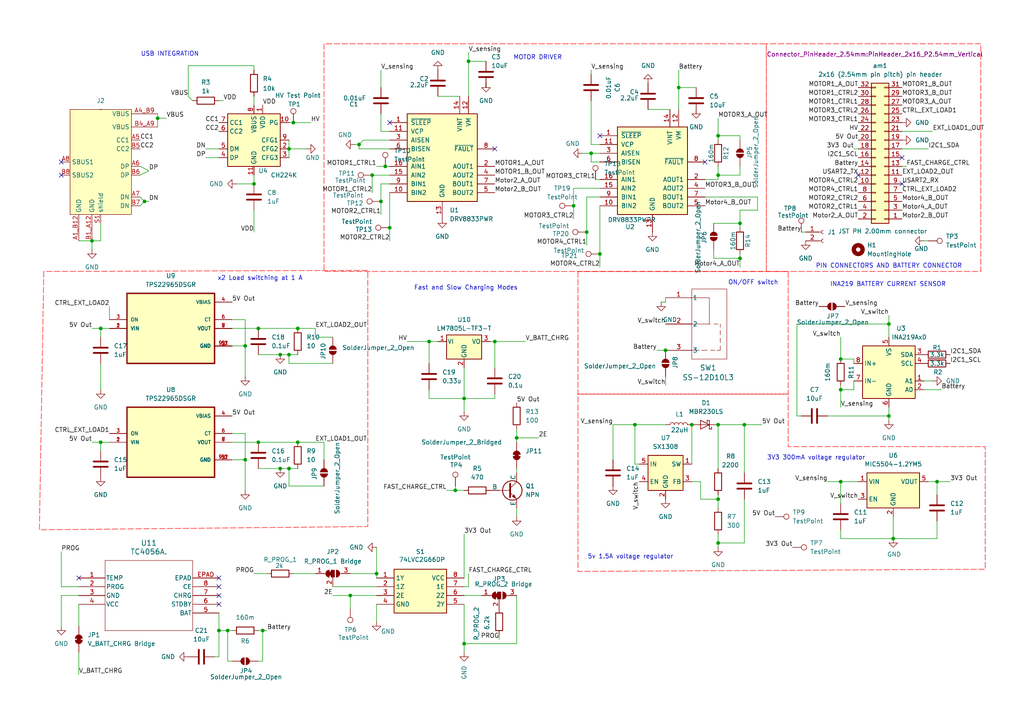
<source format=kicad_sch>
(kicad_sch (version 20250114) (generator "eeschema") (generator_version "9.0")
  (paper "A4")
  (title_block (title "MM Power PCB") (date "2025-03-23") (rev "v0") (comment 3 "Student Numbers: TRKJON002 & MTMTAD006") (comment 4 "Authors: Jonathan Tirkaso & Tadala Mitumbili "))
  (text "PIN CONNECTORS AND BATTERY CONNECTOR" (exclude_from_sim yes) (at 257.81 77.216 0) (effects (font (size 1.27 1.27))))
  (text "INA219 BATTERY CURRENT SENSOR" (exclude_from_sim yes) (at 257.556 82.55 0) (effects (font (size 1.27 1.27))))
  (text "USB INTEGRATION" (at 49.276 15.748 0) (effects (font (size 1.27 1.27))))
  (text "Fast and Slow Charging Modes" (at 135.128 83.566 0) (effects (font (size 1.27 1.27))))
  (text "MOTOR DRIVER\n" (at 155.956 16.764 0) (effects (font (size 1.27 1.27))))
  (text "x2 Load switching at 1 A\n" (exclude_from_sim yes) (at 75.438 80.772 0) (effects (font (size 1.27 1.27))))
  (text "ON/OFF switch " (exclude_from_sim yes) (at 218.948 82.042 0) (effects (font (size 1.27 1.27))))
  (text "3V3 300mA voltage regulator" (exclude_from_sim yes) (at 236.728 132.842 0) (effects (font (size 1.27 1.27))))
  (text "5v 1.5A voltage regulator" (exclude_from_sim yes) (at 182.88 161.544 0) (effects (font (size 1.27 1.27))))
  (junction (at 71.12 133.35))
  (junction (at 259.08 156.21))
  (junction (at 71.12 100.33))
  (junction (at 243.84 113.03))
  (junction (at 257.81 120.65))
  (junction (at 135.89 17.78))
  (junction (at 271.78 139.7))
  (junction (at 29.21 128.27))
  (junction (at 63.5 182.88))
  (junction (at 208.28 123.19))
  (junction (at 171.45 44.45))
  (junction (at 124.46 99.06))
  (junction (at 113.03 66.04))
  (junction (at 85.09 35.56))
  (junction (at 170.18 67.31))
  (junction (at 74.93 95.25))
  (junction (at 29.21 95.25))
  (junction (at 196.85 25.4))
  (junction (at 81.28 102.87))
  (junction (at 149.86 127))
  (junction (at 41.91 58.42))
  (junction (at 110.49 58.42))
  (junction (at 208.28 39.37))
  (junction (at 243.84 104.14))
  (junction (at 193.04 101.6))
  (junction (at 26.67 69.85))
  (junction (at 111.76 48.26))
  (junction (at 134.62 186.69))
  (junction (at 243.84 139.7))
  (junction (at 173.99 73.66))
  (junction (at 257.81 93.98))
  (junction (at 74.93 128.27))
  (junction (at 214.63 64.77))
  (junction (at 83.82 102.87))
  (junction (at 83.82 43.18))
  (junction (at 208.28 144.78))
  (junction (at 109.22 166.37))
  (junction (at 208.28 50.8))
  (junction (at 86.36 128.27))
  (junction (at 104.14 41.91))
  (junction (at 83.82 135.89))
  (junction (at 81.28 135.89))
  (junction (at 208.28 157.48))
  (junction (at 132.08 142.24))
  (junction (at 107.95 50.8))
  (junction (at 166.37 59.69))
  (junction (at 134.62 115.57))
  (junction (at 66.04 182.88))
  (junction (at 143.51 99.06))
  (junction (at 215.9 123.19))
  (junction (at 200.66 123.19))
  (junction (at 86.36 95.25))
  (junction (at 184.15 123.19))
  (junction (at 73.66 53.34))
  (junction (at 76.2 182.88))
  (junction (at 45.72 34.29))
  (junction (at 101.6 172.72))
  (junction (at 214.63 74.93))
  (no_connect (at 248.92 50.8))
  (no_connect (at 113.03 35.56))
  (no_connect (at 261.62 45.72))
  (no_connect (at 204.47 46.99))
  (no_connect (at 63.5 175.26))
  (no_connect (at 22.86 167.64))
  (no_connect (at 63.5 167.64))
  (no_connect (at 17.78 46.99))
  (no_connect (at 261.62 53.34))
  (no_connect (at 17.78 50.8))
  (no_connect (at 143.51 43.18))
  (no_connect (at 173.99 39.37))
  (no_connect (at 63.5 170.18))
  (no_connect (at 63.5 172.72))
  (wire (pts (xy 83.82 43.18) (xy 88.9 43.18)))
  (wire (pts (xy 86.36 95.25) (xy 74.93 95.25)))
  (wire (pts (xy 73.66 166.37) (xy 77.47 166.37)))
  (wire (pts (xy 207.01 64.77) (xy 214.63 64.77)))
  (wire (pts (xy 214.63 39.37) (xy 214.63 40.64)))
  (wire (pts (xy 196.85 25.4) (xy 196.85 31.75)))
  (wire (pts (xy 135.89 17.78) (xy 135.89 27.94)))
  (wire (pts (xy 247.65 43.18) (xy 248.92 43.18)))
  (wire (pts (xy 85.09 166.37) (xy 91.44 166.37)))
  (wire (pts (xy 113.03 50.8) (xy 107.95 50.8)))
  (wire (pts (xy 240.03 120.65) (xy 257.81 120.65)))
  (wire (pts (xy 45.72 34.29) (xy 48.26 34.29)))
  (wire (pts (xy 107.95 55.88) (xy 107.95 50.8)))
  (wire (pts (xy 17.78 172.72) (xy 22.86 172.72)))
  (wire (pts (xy 101.6 166.37) (xy 109.22 166.37)))
  (wire (pts (xy 214.63 73.66) (xy 214.63 74.93)))
  (wire (pts (xy 124.46 113.03) (xy 124.46 115.57)))
  (wire (pts (xy 168.91 44.45) (xy 171.45 44.45)))
  (wire (pts (xy 171.45 41.91) (xy 173.99 41.91)))
  (wire (pts (xy 135.89 17.78) (xy 140.97 17.78)))
  (wire (pts (xy 29.21 97.79) (xy 29.21 95.25)))
  (wire (pts (xy 191.77 87.63) (xy 193.04 87.63)))
  (wire (pts (xy 113.03 53.34) (xy 110.49 53.34)))
  (wire (pts (xy 231.14 120.65) (xy 231.14 93.98)))
  (wire (pts (xy 140.97 25.4) (xy 140.97 24.13)))
  (wire (pts (xy 29.21 69.85) (xy 29.21 64.77)))
  (wire (pts (xy 143.51 99.06) (xy 143.51 106.68)))
  (wire (pts (xy 111.76 48.26) (xy 113.03 48.26)))
  (wire (pts (xy 215.9 157.48) (xy 208.28 157.48)))
  (wire (pts (xy 219.71 60.96) (xy 214.63 60.96)))
  (wire (pts (xy 269.24 69.85) (xy 267.97 69.85)))
  (wire (pts (xy 173.99 59.69) (xy 173.99 73.66)))
  (wire (pts (xy 208.28 143.51) (xy 208.28 144.78)))
  (wire (pts (xy 243.84 139.7) (xy 248.92 139.7)))
  (wire (pts (xy 135.89 15.24) (xy 135.89 17.78)))
  (wire (pts (xy 63.5 190.5) (xy 62.23 190.5)))
  (wire (pts (xy 93.98 133.35) (xy 93.98 128.27)))
  (wire (pts (xy 127 27.94) (xy 133.35 27.94)))
  (wire (pts (xy 132.08 140.97) (xy 132.08 142.24)))
  (wire (pts (xy 40.64 48.26) (xy 43.18 49.53)))
  (wire (pts (xy 110.49 20.32) (xy 110.49 25.4)))
  (wire (pts (xy 171.45 29.21) (xy 171.45 41.91)))
  (wire (pts (xy 259.08 156.21) (xy 243.84 156.21)))
  (wire (pts (xy 76.2 191.77) (xy 76.2 182.88)))
  (wire (pts (xy 134.62 186.69) (xy 134.62 175.26)))
  (wire (pts (xy 171.45 46.99) (xy 173.99 46.99)))
  (wire (pts (xy 134.62 189.23) (xy 134.62 186.69)))
  (wire (pts (xy 203.2 139.7) (xy 203.2 144.78)))
  (wire (pts (xy 96.52 97.79) (xy 91.44 97.79)))
  (wire (pts (xy 76.2 182.88) (xy 77.47 182.88)))
  (wire (pts (xy 86.36 128.27) (xy 74.93 128.27)))
  (wire (pts (xy 113.03 66.04) (xy 113.03 55.88)))
  (wire (pts (xy 177.8 123.19) (xy 184.15 123.19)))
  (wire (pts (xy 73.66 19.05) (xy 73.66 20.32)))
  (wire (pts (xy 172.72 52.07) (xy 173.99 52.07)))
  (wire (pts (xy 113.03 69.85) (xy 113.03 66.04)))
  (wire (pts (xy 271.78 139.7) (xy 275.59 139.7)))
  (wire (pts (xy 214.63 74.93) (xy 214.63 77.47)))
  (wire (pts (xy 142.24 99.06) (xy 143.51 99.06)))
  (wire (pts (xy 45.72 33.02) (xy 45.72 34.29)))
  (wire (pts (xy 109.22 180.34) (xy 109.22 175.26)))
  (wire (pts (xy 143.51 115.57) (xy 143.51 114.3)))
  (wire (pts (xy 66.04 191.77) (xy 67.31 191.77)))
  (wire (pts (xy 171.45 44.45) (xy 173.99 44.45)))
  (wire (pts (xy 22.86 69.85) (xy 26.67 69.85)))
  (wire (pts (xy 215.9 144.78) (xy 215.9 157.48)))
  (wire (pts (xy 271.78 139.7) (xy 269.24 139.7)))
  (wire (pts (xy 243.84 156.21) (xy 243.84 153.67)))
  (wire (pts (xy 22.86 181.61) (xy 22.86 175.26)))
  (wire (pts (xy 271.78 151.13) (xy 271.78 156.21)))
  (wire (pts (xy 247.65 104.14) (xy 243.84 104.14)))
  (wire (pts (xy 269.24 43.18) (xy 261.62 43.18)))
  (wire (pts (xy 134.62 115.57) (xy 143.51 115.57)))
  (wire (pts (xy 271.78 143.51) (xy 271.78 139.7)))
  (wire (pts (xy 74.93 135.89) (xy 81.28 135.89)))
  (wire (pts (xy 171.45 44.45) (xy 171.45 46.99)))
  (wire (pts (xy 184.15 123.19) (xy 184.15 134.62)))
  (wire (pts (xy 231.14 93.98) (xy 257.81 93.98)))
  (wire (pts (xy 149.86 172.72) (xy 149.86 186.69)))
  (wire (pts (xy 214.63 50.8) (xy 214.63 48.26)))
  (wire (pts (xy 247.65 110.49) (xy 247.65 113.03)))
  (wire (pts (xy 243.84 111.76) (xy 243.84 113.03)))
  (wire (pts (xy 31.75 88.9) (xy 31.75 92.71)))
  (wire (pts (xy 109.22 166.37) (xy 109.22 167.64)))
  (wire (pts (xy 73.66 67.31) (xy 73.66 60.96)))
  (wire (pts (xy 90.17 35.56) (xy 85.09 35.56)))
  (wire (pts (xy 109.22 158.75) (xy 109.22 166.37)))
  (wire (pts (xy 129.54 142.24) (xy 132.08 142.24)))
  (wire (pts (xy 74.93 182.88) (xy 76.2 182.88)))
  (wire (pts (xy 196.85 25.4) (xy 201.93 25.4)))
  (wire (pts (xy 149.86 128.27) (xy 149.86 127)))
  (wire (pts (xy 110.49 53.34) (xy 110.49 58.42)))
  (wire (pts (xy 73.66 53.34) (xy 68.58 53.34)))
  (wire (pts (xy 81.28 135.89) (xy 83.82 135.89)))
  (wire (pts (xy 257.81 118.11) (xy 257.81 120.65)))
  (wire (pts (xy 127 99.06) (xy 124.46 99.06)))
  (wire (pts (xy 257.81 120.65) (xy 257.81 121.92)))
  (wire (pts (xy 101.6 172.72) (xy 109.22 172.72)))
  (wire (pts (xy 59.69 45.72) (xy 63.5 45.72)))
  (wire (pts (xy 105.41 40.64) (xy 104.14 41.91)))
  (wire (pts (xy 273.05 113.03) (xy 267.97 113.03)))
  (wire (pts (xy 214.63 64.77) (xy 214.63 66.04)))
  (wire (pts (xy 143.51 99.06) (xy 152.4 99.06)))
  (wire (pts (xy 243.84 139.7) (xy 243.84 146.05)))
  (wire (pts (xy 71.12 100.33) (xy 71.12 109.22)))
  (wire (pts (xy 96.52 172.72) (xy 101.6 172.72)))
  (wire (pts (xy 71.12 125.73) (xy 71.12 133.35)))
  (wire (pts (xy 104.14 43.18) (xy 113.03 43.18)))
  (wire (pts (xy 134.62 170.18) (xy 135.89 170.18)))
  (wire (pts (xy 208.28 123.19) (xy 208.28 135.89)))
  (wire (pts (xy 40.64 50.8) (xy 43.18 49.53)))
  (wire (pts (xy 118.11 99.06) (xy 124.46 99.06)))
  (wire (pts (xy 271.78 156.21) (xy 259.08 156.21)))
  (wire (pts (xy 83.82 105.41) (xy 83.82 102.87)))
  (wire (pts (xy 102.87 41.91) (xy 104.14 41.91)))
  (wire (pts (xy 67.31 100.33) (xy 71.12 100.33)))
  (wire (pts (xy 55.88 29.21) (xy 54.61 27.94)))
  (wire (pts (xy 86.36 128.27) (xy 93.98 128.27)))
  (wire (pts (xy 74.93 191.77) (xy 76.2 191.77)))
  (wire (pts (xy 208.28 39.37) (xy 214.63 39.37)))
  (wire (pts (xy 208.28 34.29) (xy 208.28 39.37)))
  (wire (pts (xy 81.28 102.87) (xy 83.82 102.87)))
  (wire (pts (xy 67.31 125.73) (xy 71.12 125.73)))
  (wire (pts (xy 261.62 48.26) (xy 262.89 48.26)))
  (wire (pts (xy 41.91 58.42) (xy 40.64 57.15)))
  (wire (pts (xy 71.12 92.71) (xy 71.12 100.33)))
  (wire (pts (xy 171.45 20.32) (xy 171.45 21.59)))
  (wire (pts (xy 134.62 106.68) (xy 134.62 115.57)))
  (wire (pts (xy 270.51 38.1) (xy 261.62 38.1)))
  (wire (pts (xy 124.46 115.57) (xy 134.62 115.57)))
  (wire (pts (xy 134.62 172.72) (xy 139.7 172.72)))
  (wire (pts (xy 67.31 128.27) (xy 74.93 128.27)))
  (wire (pts (xy 257.81 91.44) (xy 257.81 93.98)))
  (wire (pts (xy 67.31 92.71) (xy 71.12 92.71)))
  (wire (pts (xy 74.93 102.87) (xy 81.28 102.87)))
  (wire (pts (xy 215.9 123.19) (xy 208.28 123.19)))
  (wire (pts (xy 41.91 58.42) (xy 40.64 59.69)))
  (wire (pts (xy 85.09 35.56) (xy 83.82 35.56)))
  (wire (pts (xy 215.9 123.19) (xy 220.98 123.19)))
  (wire (pts (xy 200.66 123.19) (xy 200.66 134.62)))
  (wire (pts (xy 149.86 147.32) (xy 149.86 149.86)))
  (wire (pts (xy 63.5 182.88) (xy 63.5 190.5)))
  (wire (pts (xy 204.47 52.07) (xy 208.28 52.07)))
  (wire (pts (xy 170.18 67.31) (xy 170.18 57.15)))
  (wire (pts (xy 110.49 33.02) (xy 110.49 38.1)))
  (wire (pts (xy 149.86 135.89) (xy 149.86 137.16)))
  (wire (pts (xy 17.78 181.61) (xy 17.78 172.72)))
  (wire (pts (xy 83.82 43.18) (xy 83.82 45.72)))
  (wire (pts (xy 134.62 154.94) (xy 134.62 167.64)))
  (wire (pts (xy 207.01 74.93) (xy 214.63 74.93)))
  (wire (pts (xy 73.66 27.94) (xy 73.66 30.48)))
  (wire (pts (xy 200.66 139.7) (xy 203.2 139.7)))
  (wire (pts (xy 247.65 113.03) (xy 243.84 113.03)))
  (wire (pts (xy 201.93 33.02) (xy 201.93 31.75)))
  (wire (pts (xy 71.12 133.35) (xy 71.12 142.24)))
  (wire (pts (xy 22.86 170.18) (xy 17.78 170.18)))
  (wire (pts (xy 208.28 144.78) (xy 208.28 147.32)))
  (wire (pts (xy 170.18 71.12) (xy 170.18 67.31)))
  (wire (pts (xy 26.67 72.39) (xy 26.67 69.85)))
  (wire (pts (xy 26.67 128.27) (xy 29.21 128.27)))
  (wire (pts (xy 184.15 134.62) (xy 185.42 134.62)))
  (wire (pts (xy 135.89 170.18) (xy 135.89 166.37)))
  (wire (pts (xy 166.37 63.5) (xy 166.37 59.69)))
  (wire (pts (xy 203.2 144.78) (xy 208.28 144.78)))
  (wire (pts (xy 67.31 95.25) (xy 74.93 95.25)))
  (wire (pts (xy 204.47 57.15) (xy 219.71 57.15)))
  (wire (pts (xy 29.21 105.41) (xy 29.21 113.03)))
  (wire (pts (xy 83.82 40.64) (xy 83.82 43.18)))
  (wire (pts (xy 73.66 53.34) (xy 73.66 50.8)))
  (wire (pts (xy 214.63 60.96) (xy 214.63 64.77)))
  (wire (pts (xy 166.37 54.61) (xy 166.37 59.69)))
  (wire (pts (xy 187.96 31.75) (xy 194.31 31.75)))
  (wire (pts (xy 110.49 38.1) (xy 113.03 38.1)))
  (wire (pts (xy 96.52 105.41) (xy 83.82 105.41)))
  (wire (pts (xy 208.28 154.94) (xy 208.28 157.48)))
  (wire (pts (xy 247.65 105.41) (xy 247.65 104.14)))
  (wire (pts (xy 207.01 72.39) (xy 207.01 74.93)))
  (wire (pts (xy 29.21 130.81) (xy 29.21 128.27)))
  (wire (pts (xy 26.67 95.25) (xy 29.21 95.25)))
  (wire (pts (xy 17.78 170.18) (xy 17.78 160.02)))
  (wire (pts (xy 45.72 34.29) (xy 45.72 36.83)))
  (wire (pts (xy 91.44 97.79) (xy 91.44 95.25)))
  (wire (pts (xy 208.28 50.8) (xy 214.63 50.8)))
  (wire (pts (xy 193.04 101.6) (xy 190.5 101.6)))
  (wire (pts (xy 73.66 19.05) (xy 54.61 19.05)))
  (wire (pts (xy 59.69 43.18) (xy 63.5 43.18)))
  (wire (pts (xy 208.28 50.8) (xy 208.28 52.07)))
  (wire (pts (xy 208.28 157.48) (xy 208.28 158.75)))
  (wire (pts (xy 196.85 20.32) (xy 196.85 25.4)))
  (wire (pts (xy 149.86 186.69) (xy 134.62 186.69)))
  (wire (pts (xy 208.28 48.26) (xy 208.28 50.8)))
  (wire (pts (xy 231.14 120.65) (xy 232.41 120.65)))
  (wire (pts (xy 170.18 57.15) (xy 173.99 57.15)))
  (wire (pts (xy 109.22 170.18) (xy 96.52 170.18)))
  (wire (pts (xy 166.37 54.61) (xy 173.99 54.61)))
  (wire (pts (xy 83.82 135.89) (xy 86.36 135.89)))
  (wire (pts (xy 193.04 109.22) (xy 193.04 111.76)))
  (wire (pts (xy 149.86 127) (xy 156.21 127)))
  (wire (pts (xy 67.31 133.35) (xy 71.12 133.35)))
  (wire (pts (xy 110.49 58.42) (xy 110.49 62.23)))
  (wire (pts (xy 91.44 95.25) (xy 86.36 95.25)))
  (wire (pts (xy 144.78 185.42) (xy 144.78 184.15)))
  (wire (pts (xy 54.61 19.05) (xy 54.61 27.94)))
  (wire (pts (xy 83.82 102.87) (xy 86.36 102.87)))
  (wire (pts (xy 29.21 128.27) (xy 31.75 128.27)))
  (wire (pts (xy 63.5 182.88) (xy 66.04 182.88)))
  (wire (pts (xy 29.21 95.25) (xy 31.75 95.25)))
  (wire (pts (xy 22.86 189.23) (xy 22.86 195.58)))
  (wire (pts (xy 134.62 119.38) (xy 134.62 115.57)))
  (wire (pts (xy 257.81 93.98) (xy 257.81 97.79)))
  (wire (pts (xy 105.41 40.64) (xy 113.03 40.64)))
  (wire (pts (xy 63.5 177.8) (xy 63.5 182.88)))
  (wire (pts (xy 43.18 58.42) (xy 41.91 58.42)))
  (wire (pts (xy 240.03 139.7) (xy 243.84 139.7)))
  (wire (pts (xy 66.04 182.88) (xy 67.31 182.88)))
  (wire (pts (xy 26.67 69.85) (xy 29.21 69.85)))
  (wire (pts (xy 259.08 149.86) (xy 259.08 156.21)))
  (wire (pts (xy 109.22 48.26) (xy 111.76 48.26)))
  (wire (pts (xy 243.84 113.03) (xy 243.84 118.11)))
  (wire (pts (xy 173.99 77.47) (xy 173.99 73.66)))
  (wire (pts (xy 232.41 67.31) (xy 233.68 67.31)))
  (wire (pts (xy 270.51 110.49) (xy 267.97 110.49)))
  (wire (pts (xy 104.14 41.91) (xy 104.14 43.18)))
  (wire (pts (xy 124.46 99.06) (xy 124.46 105.41)))
  (wire (pts (xy 243.84 97.79) (xy 243.84 104.14)))
  (wire (pts (xy 63.5 29.21) (xy 64.77 29.21)))
  (wire (pts (xy 208.28 39.37) (xy 208.28 40.64)))
  (wire (pts (xy 66.04 182.88) (xy 66.04 191.77)))
  (wire (pts (xy 184.15 123.19) (xy 193.04 123.19)))
  (wire (pts (xy 215.9 123.19) (xy 215.9 137.16)))
  (wire (pts (xy 149.86 124.46) (xy 149.86 127)))
  (wire (pts (xy 93.98 140.97) (xy 83.82 140.97)))
  (wire (pts (xy 132.08 142.24) (xy 134.62 142.24)))
  (wire (pts (xy 83.82 140.97) (xy 83.82 135.89)))
  (wire (pts (xy 193.04 87.63) (xy 193.04 86.36)))
  (wire (pts (xy 177.8 123.19) (xy 177.8 133.35)))
  (wire (pts (xy 101.6 176.53) (xy 101.6 172.72)))
  (wire (pts (xy 219.71 57.15) (xy 219.71 60.96)))
  (label "FAST_CHARGE_CTRL" (at 129.54 142.24 180))
  (label "V_sensing" (at 240.03 139.7 180))
  (label "DN" (at 43.18 58.42 0))
  (label "V_BATT_CHRG" (at 152.4 99.06 0))
  (label "V_sensing" (at 245.11 88.9 0))
  (label "5V Out" (at 224.79 149.86 180))
  (label "HV" (at 118.11 99.06 180))
  (label "CC2" (at 63.5 38.1 180))
  (label "USART2_RX" (at 261.62 53.34 0))
  (label "MOTOR2_CTRL1" (at 110.49 62.23 180))
  (label "HV" (at 90.17 35.56 0))
  (label "I2C1_SDA" (at 269.24 43.18 0))
  (label "DP" (at 43.18 49.53 0))
  (label "V_sensing" (at 177.8 123.19 180))
  (label "Motor2_B_OUT" (at 261.62 63.5 0))
  (label "EXT_LOAD1_OUT" (at 270.51 38.1 0))
  (label "MOTOR3_A_OUT" (at 208.28 34.29 0))
  (label "FAST_CHARGE_CTRL" (at 135.89 166.37 0))
  (label "5V Out" (at 248.92 40.64 180))
  (label "5V Out" (at 26.67 128.27 180))
  (label "Battery" (at 77.47 182.88 0))
  (label "2E" (at 156.21 127 0))
  (label "Battery" (at 196.85 20.32 0))
  (label "Battery" (at 273.05 113.03 0))
  (label "MOTOR4_CTRL1" (at 170.18 71.12 180))
  (label "3V3 Out" (at 275.59 139.7 0))
  (label "3V3 Out" (at 247.65 43.18 180))
  (label "VBUS" (at 48.26 34.29 0))
  (label "Motor2_B_OUT" (at 143.51 55.88 0))
  (label "VDD" (at 64.77 29.21 0))
  (label "V_switch" (at 193.04 111.76 180))
  (label "V_sensing" (at 135.89 15.24 0))
  (label "EXT_LOAD2_OUT" (at 91.44 95.25 0))
  (label "MOTOR4_CTRL1" (at 248.92 55.88 180))
  (label "MOTOR3_CTRL2" (at 166.37 63.5 180))
  (label "2E" (at 96.52 172.72 180))
  (label "V_switch" (at 243.84 97.79 180))
  (label "Motor4_B_OUT" (at 261.62 58.42 0))
  (label "V_switch" (at 193.04 93.98 180))
  (label "USART2_TX" (at 248.92 50.8 180))
  (label "DN" (at 59.69 43.18 180))
  (label "MOTOR1_CTRL2" (at 248.92 27.94 180))
  (label "MOTOR1_B_OUT" (at 143.51 50.8 0))
  (label "CTRL_EXT_LOAD1" (at 261.62 33.02 0))
  (label "MOTOR4_CTRL2" (at 248.92 53.34 180))
  (label "MOTOR3_CTRL1" (at 248.92 35.56 180))
  (label "PROG" (at 17.78 160.02 0))
  (label "V_switch" (at 185.42 139.7 270))
  (label "Battery" (at 237.49 88.9 180))
  (label "MOTOR4_CTRL2" (at 173.99 77.47 180))
  (label "5V Out" (at 220.98 123.19 0))
  (label "MOTOR2_CTRL2" (at 113.03 69.85 180))
  (label "V_BATT_CHRG" (at 22.86 195.58 0))
  (label "EXT_LOAD2_OUT" (at 261.62 50.8 0))
  (label "5V Out" (at 26.67 95.25 180))
  (label "V_sensing" (at 171.45 20.32 0))
  (label "Motor2_A_OUT" (at 248.92 63.5 180))
  (label "PROG" (at 144.78 185.42 180))
  (label "MOTOR1_B_OUT" (at 261.62 25.4 0))
  (label "VDD" (at 73.66 67.31 180))
  (label "Motor4_A_OUT" (at 261.62 60.96 0))
  (label "Battery" (at 190.5 101.6 180))
  (label "CTRL_EXT_LOAD1" (at 31.75 125.73 180))
  (label "MOTOR3_B_OUT" (at 261.62 27.94 0))
  (label "5V Out" (at 67.31 87.63 0))
  (label "MOTOR3_CTRL1" (at 172.72 52.07 180))
  (label "CC1" (at 63.5 35.56 180))
  (label "Battery" (at 232.41 67.31 180))
  (label "MOTOR3_A_OUT" (at 261.62 30.48 0))
  (label "MOTOR3_CTRL2" (at 248.92 33.02 180))
  (label "Motor2_A_OUT" (at 143.51 53.34 0))
  (label "FAST_CHARGE_CTRL" (at 262.89 48.26 0))
  (label "MOTOR1_CTRL2" (at 107.95 55.88 180))
  (label "MOTOR1_A_OUT" (at 248.92 25.4 180))
  (label "HV" (at 248.92 38.1 180))
  (label "PROG" (at 73.66 166.37 180))
  (label "V_sensing" (at 243.84 118.11 0))
  (label "5V Out" (at 149.86 116.84 0))
  (label "MOTOR1_A_OUT" (at 143.51 48.26 0))
  (label "MOTOR1_CTRL1" (at 109.22 48.26 180))
  (label "I2C1_SCL" (at 248.92 45.72 180))
  (label "MOTOR3_B_OUT" (at 204.47 54.61 0))
  (label "3V3 Out" (at 134.62 154.94 0))
  (label "DP" (at 59.69 45.72 180))
  (label "CC2" (at 40.64 43.18 0))
  (label "MOTOR1_CTRL1" (at 248.92 30.48 180))
  (label "Motor4_A_OUT" (at 214.63 77.47 180))
  (label "EXT_LOAD1_OUT" (at 91.44 128.27 0))
  (label "I2C1_SDA" (at 275.59 102.87 0))
  (label "I2C1_SCL" (at 275.59 105.41 0))
  (label "V_switch" (at 248.92 144.78 180))
  (label "Motor4_B_OUT" (at 204.47 59.69 0))
  (label "CTRL_EXT_LOAD2" (at 31.75 88.9 180))
  (label "MOTOR2_CTRL2" (at 248.92 58.42 180))
  (label "5V Out" (at 67.31 120.65 0))
  (label "V_switch" (at 257.81 91.44 180))
  (label "3V3 Out" (at 229.87 158.75 180))
  (label "CTRL_EXT_LOAD2" (at 261.62 55.88 0))
  (label "MOTOR2_CTRL1" (at 248.92 60.96 180))
  (label "VBUS" (at 54.61 27.94 180))
  (label "CC1" (at 40.64 40.64 0))
  (label "Battery" (at 248.92 48.26 180))
  (label "V_sensing" (at 110.49 20.32 0))
  (label "VDD" (at 76.2 30.48 0))
  (rule_area (polyline (pts (xy 222.25 12.7) (xy 222.25 78.74) (xy 284.48 78.74) (xy 284.48 12.7)) (stroke (width 0) (type dash))))
  (rule_area (polyline (pts (xy 167.64 78.74) (xy 167.64 114.3) (xy 228.6 114.3) (xy 228.6 78.74)) (stroke (width 0) (type dash))))
  (rule_area (polyline (pts (xy 12.7 78.74) (xy 11.43 153.67) (xy 106.68 152.7175) (xy 106.68 78.4225)) (stroke (width 0) (type dash))))
  (rule_area (polyline (pts (xy 93.98 12.7) (xy 93.98 78.74) (xy 222.25 78.74) (xy 222.25 12.7)) (stroke (width 0) (type dash))))
  (rule_area (polyline (pts (xy 228.6 114.3) (xy 167.64 114.3) (xy 167.64 165.735) (xy 285.75 165.1) (xy 285.75 129.54) (xy 228.6 129.54)) (stroke (width 0) (type dash))))
  (symbol (lib_id "Device:C") (at 110.49 29.21 0) (unit 1)
    (property "Reference" "C1" (at 102.616 30.226 0))
    (property "Value" "0.01uF" (at 102.87 28.448 0))
    (property "Footprint" "Capacitor_SMD:C_0805_2012Metric_Pad1.18x1.45mm_HandSolder" (effects (hide yes)))
    (property "Description" "Unpolarized capacitor" (effects (hide yes)))
  )
  (symbol (lib_id "power:GND") (at 259.08 156.21 0) (unit 1)
    (property "Reference" "#PWR022" (effects (hide yes)))
    (property "Value" "GND" (at 259.334 160.782 0))
    (property "Description" "Power symbol creates a global label with name \"GND\" , ground" (effects (hide yes)))
  )
  (symbol (lib_id "power:GND") (at -838.2 773.43 0) (unit 1)
    (property "Reference" "#PWR08" (effects (hide yes)))
    (property "Value" "GND" (at -838.2 778.51 0))
    (property "Description" "Power symbol creates a global label with name \"GND\" , ground" (effects (hide yes)))
  )
  (symbol (lib_id "Device:C") (at 74.93 99.06 180) (unit 1)
    (property "Reference" "C18" (at 78.74 97.7899 0) (effects (justify right)))
    (property "Value" "0.1uF" (at 78.74 100.3299 0) (effects (justify right)))
    (property "Footprint" "Capacitor_SMD:C_0402_1005Metric_Pad0.74x0.62mm_HandSolder" (effects (hide yes)))
    (property "Description" "Unpolarized capacitor" (effects (hide yes)))
  )
  (symbol (lib_id "Device:C") (at 58.42 190.5 90) (unit 1)
    (property "Reference" "C21" (at 58.42 182.88 90))
    (property "Value" "10uF" (at 58.42 185.42 90))
    (property "Footprint" "Capacitor_SMD:C_0805_2012Metric_Pad1.18x1.45mm_HandSolder" (effects (hide yes)))
    (property "Description" "Unpolarized capacitor" (effects (hide yes)))
  )
  (symbol (lib_id "Device:C") (at 177.8 137.16 0) (unit 1)
    (property "Reference" "C14" (at 181.61 135.8899 0) (effects (justify left)))
    (property "Value" "1uF" (at 181.61 138.4299 0) (effects (justify left)))
    (property "Footprint" "exported_footprints:CAPC3216X180N" (effects (hide yes)))
    (property "Description" "Unpolarized capacitor" (effects (hide yes)))
  )
  (symbol (lib_id "power:GND") (at 208.28 158.75 0) (unit 1)
    (property "Reference" "#PWR025" (effects (hide yes)))
    (property "Value" "GND" (at 208.28 163.83 0))
    (property "Description" "Power symbol creates a global label with name \"GND\" , ground" (effects (hide yes)))
  )
  (symbol (lib_id "power:GND") (at 81.28 102.87 0) (unit 1)
    (property "Reference" "#PWR032" (effects (hide yes)))
    (property "Value" "GND" (at 81.28 107.95 0))
    (property "Description" "Power symbol creates a global label with name \"GND\" , ground" (effects (hide yes)))
  )
  (symbol (lib_id "Connector:TestPoint") (at 232.41 67.31 0) (unit 1)
    (property "Reference" "TP8" (at 227.33 60.452 0) (effects (justify left)))
    (property "Value" "TestPoint" (at 225.552 62.484 0) (effects (justify left)))
    (property "Footprint" "TestPoint:TestPoint_Pad_1.0x1.0mm" (effects (hide yes)))
    (property "Description" "test point" (effects (hide yes)))
  )
  (symbol (lib_id "Device:R") (at 208.28 44.45 180) (unit 1)
    (property "Reference" "R12" (at 210.566 44.45 90))
    (property "Value" "160m" (at 206.248 44.45 90))
    (property "Footprint" "Resistor_SMD:R_2512_6332Metric_Pad1.40x3.35mm_HandSolder" (effects (hide yes)))
    (property "Description" "Resistor" (effects (hide yes)))
  )
  (symbol (lib_id "power:GND") (at 267.97 69.85 270) (unit 1)
    (property "Reference" "#PWR042" (effects (hide yes)))
    (property "Value" "GND" (at 267.208 72.136 90))
    (property "Description" "Power symbol creates a global label with name \"GND\" , ground" (effects (hide yes)))
  )
  (symbol (lib_id "Connector:TestPoint") (at 173.99 73.66 90) (unit 1)
    (property "Reference" "TP21" (at 167.64 74.168 90) (effects (justify left)))
    (property "Value" "TestPoint" (at 169.418 72.644 90) (effects (justify left)))
    (property "Footprint" "TestPoint:TestPoint_Pad_1.0x1.0mm" (effects (hide yes)))
    (property "Description" "test point" (effects (hide yes)))
  )
  (symbol (lib_id "power:GND") (at 134.62 189.23 0) (unit 1)
    (property "Reference" "#PWR034" (effects (hide yes)))
    (property "Value" "GND" (at 134.6201 193.04 90) (effects (justify right)))
    (property "Description" "Power symbol creates a global label with name \"GND\" , ground" (effects (hide yes)))
  )
  (symbol (lib_id "power:GND") (at 270.51 110.49 90) (unit 1)
    (property "Reference" "#PWR015" (effects (hide yes)))
    (property "Value" "GND" (at 274.32 110.4899 90) (effects (justify right)))
    (property "Description" "Power symbol creates a global label with name \"GND\" , ground" (effects (hide yes)))
  )
  (symbol (lib_id "power:GND") (at 10716.26 6060.44 0) (unit 1)
    (property "Reference" "#PWR012" (effects (hide yes)))
    (property "Value" "GND" (at 10716.26 6065.52 0))
    (property "Description" "Power symbol creates a global label with name \"GND\" , ground" (effects (hide yes)))
  )
  (symbol (lib_id "Device:C") (at 171.45 25.4 0) (unit 1)
    (property "Reference" "C6" (at 179.07 25.4 90))
    (property "Value" "0.01uF" (at 176.53 25.4 90))
    (property "Footprint" "Capacitor_SMD:C_0805_2012Metric_Pad1.18x1.45mm_HandSolder" (effects (hide yes)))
    (property "Description" "Unpolarized capacitor" (effects (hide yes)))
  )
  (symbol (lib_id "power:GND") (at 88.9 43.18 90) (unit 1)
    (property "Reference" "#PWR019" (effects (hide yes)))
    (property "Value" "GND" (at 88.646 45.72 90) (effects (justify right)))
    (property "Description" "Power symbol creates a global label with name \"GND\" , ground" (effects (hide yes)))
  )
  (symbol (lib_id "Regulator_Linear:MIC5504-1.2YM5") (at 259.08 142.24 0) (unit 1)
    (property "Reference" "U6" (at 259.08 132.08 0))
    (property "Value" "MIC5504-1.2YM5" (at 259.08 134.62 0))
    (property "Footprint" "Package_TO_SOT_SMD:SOT-23-5" (effects (hide yes)))
    (property "Datasheet" "http://ww1.microchip.com/downloads/en/DeviceDoc/MIC550X.pdf" (effects (hide yes)))
    (property "Description" "300mA Low-dropout Voltage Regulator, Vout 1.2V, Vin up to 5.5V, SOT-23" (effects (hide yes)))
  )
  (symbol (lib_id "Device:R") (at 149.86 120.65 0) (unit 1)
    (property "Reference" "R13" (at 152.4 119.3799 0) (effects (justify left)))
    (property "Value" "100" (at 152.4 121.9199 0) (effects (justify left)))
    (property "Footprint" "Resistor_SMD:R_0805_2012Metric_Pad1.20x1.40mm_HandSolder" (effects (hide yes)))
    (property "Description" "Resistor" (effects (hide yes)))
  )
  (symbol (lib_id "Connector:TestPoint") (at 113.03 66.04 90) (unit 1)
    (property "Reference" "TP13" (at 107.95 66.548 90) (effects (justify left)))
    (property "Value" "TestPoint" (at 107.95 64.262 90) (effects (justify left)))
    (property "Footprint" "TestPoint:TestPoint_Pad_1.0x1.0mm" (effects (hide yes)))
    (property "Description" "test point" (effects (hide yes)))
  )
  (symbol (lib_id "power:GND") (at 54.61 190.5 270) (unit 1)
    (property "Reference" "#PWR035" (effects (hide yes)))
    (property "Value" "GND" (at 50.8 190.4999 90) (effects (justify right)))
    (property "Description" "Power symbol creates a global label with name \"GND\" , ground" (effects (hide yes)))
  )
  (symbol (lib_id "Device:R") (at 86.36 132.08 0) (unit 1)
    (property "Reference" "R9" (at 88.9 130.8099 0) (effects (justify left)))
    (property "Value" "10" (at 88.9 133.3499 0) (effects (justify left)))
    (property "Footprint" "Resistor_SMD:R_1206_3216Metric_Pad1.30x1.75mm_HandSolder" (effects (hide yes)))
    (property "Description" "Resistor" (effects (hide yes)))
  )
  (symbol (lib_id "Device:C") (at 187.96 27.94 0) (unit 1)
    (property "Reference" "C4" (at 182.626 26.67 0) (effects (justify left)))
    (property "Value" "2.2uF" (at 179.832 28.448 0) (effects (justify left)))
    (property "Footprint" "Capacitor_SMD:C_0603_1608Metric_Pad1.08x0.95mm_HandSolder" (effects (hide yes)))
    (property "Description" "Unpolarized capacitor" (effects (hide yes)))
  )
  (symbol (lib_id "power:GND") (at 193.04 144.78 0) (unit 1)
    (property "Reference" "#PWR023" (effects (hide yes)))
    (property "Value" "GND" (at 193.04 149.86 0))
    (property "Description" "Power symbol creates a global label with name \"GND\" , ground" (effects (hide yes)))
  )
  (symbol (lib_id "power:GND") (at 149.86 149.86 0) (unit 1)
    (property "Reference" "#PWR020" (effects (hide yes)))
    (property "Value" "GND" (at 149.86 154.94 0))
    (property "Description" "Power symbol creates a global label with name \"GND\" , ground" (effects (hide yes)))
  )
  (symbol (lib_id "power:GND") (at 261.62 40.64 90) (unit 1)
    (property "Reference" "#PWR013" (effects (hide yes)))
    (property "Value" "GND" (at 265.43 40.6399 90) (effects (justify right)))
    (property "Description" "Power symbol creates a global label with name \"GND\" , ground" (effects (hide yes)))
  )
  (symbol (lib_id "Device:C") (at 29.21 134.62 180) (unit 1)
    (property "Reference" "C15" (at 33.02 133.3499 0) (effects (justify right)))
    (property "Value" "1uF" (at 33.02 135.8899 0) (effects (justify right)))
    (property "Footprint" "exported_footprints:CAPC3216X180N" (effects (hide yes)))
    (property "Description" "Unpolarized capacitor" (effects (hide yes)))
  )
  (symbol (lib_id "Device:R") (at 138.43 142.24 90) (unit 1)
    (property "Reference" "R5" (at 138.43 135.89 90))
    (property "Value" "470" (at 138.43 138.43 90))
    (property "Footprint" "Resistor_SMD:R_0805_2012Metric_Pad1.20x1.40mm_HandSolder" (effects (hide yes)))
    (property "Description" "Resistor" (effects (hide yes)))
  )
  (symbol (lib_id "Mechanical:MountingHole") (at 248.92 72.39 0) (unit 1) (exclude_from_sim yes) (in_bom no)
    (property "Reference" "H1" (at 251.46 71.1199 0) (effects (justify left)))
    (property "Value" "MountingHole" (at 251.46 73.6599 0) (effects (justify left)))
    (property "Footprint" "MountingHole:MountingHole_2.2mm_M2_DIN965_Pad" (effects (hide yes)))
    (property "Description" "Mounting Hole without connection" (effects (hide yes)))
  )
  (symbol (lib_id "Device:C") (at 215.9 140.97 0) (unit 1)
    (property "Reference" "C13" (at 219.71 139.6999 0) (effects (justify left)))
    (property "Value" "1uF" (at 219.71 142.2399 0) (effects (justify left)))
    (property "Footprint" "exported_footprints:CAPC3216X180N" (effects (hide yes)))
    (property "Description" "Unpolarized capacitor" (effects (hide yes)))
  )
  (symbol (lib_id "power:GND") (at 187.96 24.13 180) (unit 1)
    (property "Reference" "#PWR05" (effects (hide yes)))
    (property "Value" "GND" (at 187.96 19.05 0))
    (property "Description" "Power symbol creates a global label with name \"GND\" , ground" (effects (hide yes)))
  )
  (symbol (lib_id "power:GND") (at 26.67 72.39 0) (unit 1)
    (property "Reference" "#PWR016" (effects (hide yes)))
    (property "Value" "GND" (at 26.67 77.47 0))
    (property "Description" "Power symbol creates a global label with name \"GND\" , ground" (effects (hide yes)))
  )
  (symbol (lib_id "74LVC2G66DP:74LVC2G66DP") (at 109.22 167.64 0) (unit 1)
    (property "Reference" "S1" (at 121.92 160.02 0))
    (property "Value" "74LVC2G66DP" (at 122.428 162.306 0))
    (property "Footprint" "exported_footprints:74LVC2G66DP" (effects (hide yes)))
    (property "Datasheet" "https://assets.nexperia.com/documents/data-sheet/74LVC2G66.pdf" (effects (hide yes)))
    (property "Description" "NXP 74LVC2G66DP, Bilateral Switch Dual SPST, 1.65  5.5 V, 8-Pin TSSOP" (effects (hide yes)))
    (property "Height" "1.1" (effects (hide yes)))
    (property "Manufacturer_Name" "Nexperia" (effects (hide yes)))
    (property "Manufacturer_Part_Number" "74LVC2G66DP" (effects (hide yes)))
    (property "Mouser Part Number" "N/A" (effects (hide yes)))
    (property "Mouser Price/Stock" "https://www.mouser.co.uk/ProductDetail/Nexperia/74LVC2G66DP?qs=vHuUswq2%252Bsyyo1nkwbvYpg%3D%3D" (effects (hide yes)))
  )
  (symbol (lib_id "Device:C") (at 127 24.13 0) (unit 1)
    (property "Reference" "C2" (at 121.666 22.86 0) (effects (justify left)))
    (property "Value" "2.2uF" (at 118.872 24.638 0) (effects (justify left)))
    (property "Footprint" "Capacitor_SMD:C_0603_1608Metric_Pad1.08x0.95mm_HandSolder" (effects (hide yes)))
    (property "Description" "Unpolarized capacitor" (effects (hide yes)))
  )
  (symbol (lib_id "Connector_Generic:Conn_02x16_Odd_Even") (at 256.54 45.72 180) (unit 1)
    (property "Reference" "am1" (at 255.27 19.05 0))
    (property "Value" "2x16 (2.54mm pin pitch) pin header" (at 255.27 21.59 0))
    (property "Footprint" "Connector_PinHeader_2.54mm:PinHeader_2x16_P2.54mm_Vertical" (at 253.746 15.748 0))
    (property "Description" "Generic connector, double row, 02x16, odd/even pin numbering scheme (row 1 odd numbers, row 2 even numbers), script generated (kicad-library-utils/schlib/autogen/connector/)" (effects (hide yes)))
  )
  (symbol (lib_id "power:GND") (at 257.81 121.92 0) (unit 1)
    (property "Reference" "#PWR011" (effects (hide yes)))
    (property "Value" "GND" (at 257.81 127 0))
    (property "Description" "Power symbol creates a global label with name \"GND\" , ground" (effects (hide yes)))
  )
  (symbol (lib_id "power:GND") (at 19314.16 6842.76 0) (unit 1)
    (property "Reference" "#PWR026" (effects (hide yes)))
    (property "Value" "GND" (at 19314.16 6847.84 0))
    (property "Description" "Power symbol creates a global label with name \"GND\" , ground" (effects (hide yes)))
  )
  (symbol (lib_id "Interface_USB:CH224K") (at 73.66 40.64 0) (unit 1)
    (property "Reference" "U4" (at 74.93 49.53 0) (effects (justify left)))
    (property "Value" "CH224K" (at 78.486 50.8 0) (effects (justify left)))
    (property "Footprint" "Package_SO:SSOP-10-1EP_3.9x4.9mm_P1mm_EP2.1x3.3mm" (effects (hide yes)))
    (property "Datasheet" "https://www.wch.cn/downloads/file/301.html" (effects (hide yes)))
    (property "Description" "100W USB Type-C PD3.0/2.0, BC1.2 Sink Controller, SSOP-10" (effects (hide yes)))
  )
  (symbol (lib_id "power:GND") (at 128.27 63.5 0) (unit 1)
    (property "Reference" "#PWR07" (effects (hide yes)))
    (property "Value" "GND" (at 128.27 68.58 0))
    (property "Description" "Power symbol creates a global label with name \"GND\" , ground" (effects (hide yes)))
  )
  (symbol (lib_id "Device:C") (at 29.21 101.6 180) (unit 1)
    (property "Reference" "C17" (at 33.02 100.3299 0) (effects (justify right)))
    (property "Value" "1uF" (at 33.02 102.8699 0) (effects (justify right)))
    (property "Footprint" "exported_footprints:CAPC3216X180N" (effects (hide yes)))
    (property "Description" "Unpolarized capacitor" (effects (hide yes)))
  )
  (symbol (lib_id "Connector:TestPoint") (at 101.6 176.53 180) (unit 1)
    (property "Reference" "TP6" (at 99.822 182.626 0) (effects (justify right)))
    (property "Value" "TestPoint" (at 98.044 184.912 0) (effects (justify right)))
    (property "Footprint" "TestPoint:TestPoint_Pad_1.0x1.0mm" (effects (hide yes)))
    (property "Description" "test point" (effects (hide yes)))
  )
  (symbol (lib_id "Jumper:SolderJumper_2_Open") (at 214.63 44.45 270) (unit 1) (exclude_from_sim yes) (in_bom no)
    (property "Reference" "JP5" (at 217.424 44.196 0))
    (property "Value" "SolderJumper_2_Open" (at 219.202 44.196 0))
    (property "Footprint" "Jumper:SolderJumper-2_P1.3mm_Open_RoundedPad1.0x1.5mm" (effects (hide yes)))
    (property "Description" "Solder Jumper, 2-pole, open" (effects (hide yes)))
  )
  (symbol (lib_id "power:GND") (at 81.28 135.89 0) (unit 1)
    (property "Reference" "#PWR029" (effects (hide yes)))
    (property "Value" "GND" (at 81.28 140.97 0))
    (property "Description" "Power symbol creates a global label with name \"GND\" , ground" (effects (hide yes)))
  )
  (symbol (lib_id "Connector:TestPoint") (at 111.76 48.26 0) (unit 1)
    (property "Reference" "TP10" (at 114.3 43.6879 0) (effects (justify left)))
    (property "Value" "TestPoint" (at 114.3 46.2279 0) (effects (justify left)))
    (property "Footprint" "TestPoint:TestPoint_Pad_1.0x1.0mm" (effects (hide yes)))
    (property "Description" "test point" (effects (hide yes)))
  )
  (symbol (lib_id "Device:R") (at 144.78 180.34 180) (unit 1)
    (property "Reference" "R_PROG_2" (at 138.176 180.848 90))
    (property "Value" "6.2k" (at 141.224 180.594 90))
    (property "Footprint" "Resistor_SMD:R_0603_1608Metric" (effects (hide yes)))
    (property "Description" "Resistor" (effects (hide yes)))
  )
  (symbol (lib_id "Jumper:SolderJumper_2_Bridged") (at 149.86 132.08 90) (unit 1) (exclude_from_sim yes) (in_bom no)
    (property "Reference" "JP11" (at 152.4 130.8099 90) (effects (justify right)))
    (property "Value" "SolderJumper_2_Bridged" (at 122.174 128.27 90) (effects (justify right)))
    (property "Footprint" "Jumper:SolderJumper-2_P1.3mm_Bridged2Bar_RoundedPad1.0x1.5mm" (effects (hide yes)))
    (property "Description" "Solder Jumper, 2-pole, closed/bridged" (effects (hide yes)))
  )
  (symbol (lib_id "Device:R") (at 271.78 105.41 270) (unit 1)
    (property "Reference" "R2" (at 272.034 107.95 90))
    (property "Value" "3.3k" (at 271.78 105.41 90))
    (property "Footprint" "Resistor_SMD:R_0603_1608Metric" (effects (hide yes)))
    (property "Description" "Resistor" (effects (hide yes)))
  )
  (symbol (lib_id "Sensor_Energy:INA219AxD") (at 257.81 107.95 0) (unit 1)
    (property "Reference" "U3" (at 259.9533 95.25 0) (effects (justify left)))
    (property "Value" "INA219AxD" (at 258.572 97.79 0) (effects (justify left)))
    (property "Footprint" "Package_TO_SOT_SMD:TSOT-23-8" (effects (hide yes)))
    (property "Datasheet" "http://www.ti.com/lit/ds/symlink/ina219.pdf" (effects (hide yes)))
    (property "Description" "Zero-Drift, Bidirectional Current/Power Monitor (0-26V) With I2C Interface, SOIC-8" (effects (hide yes)))
  )
  (symbol (lib_id "Device:R") (at 271.78 102.87 90) (unit 1)
    (property "Reference" "R1" (at 271.78 100.838 90))
    (property "Value" "3.3k" (at 271.78 102.87 90))
    (property "Footprint" "Resistor_SMD:R_0603_1608Metric" (effects (hide yes)))
    (property "Description" "Resistor" (effects (hide yes)))
  )
  (symbol (lib_id "Device:R") (at 208.28 151.13 0) (unit 1)
    (property "Reference" "R7" (at 210.82 149.8599 0) (effects (justify left)))
    (property "Value" "300" (at 210.82 152.3999 0) (effects (justify left)))
    (property "Footprint" "Resistor_SMD:R_0805_2012Metric_Pad1.20x1.40mm_HandSolder" (effects (hide yes)))
    (property "Description" "Resistor" (effects (hide yes)))
  )
  (symbol (lib_id "Connector:TestPoint") (at 269.24 69.85 270) (unit 1)
    (property "Reference" "TP3" (at 274.32 68.5799 90) (effects (justify left)))
    (property "Value" "TestPoint" (at 274.32 71.1199 90) (effects (justify left)))
    (property "Footprint" "TestPoint:TestPoint_Pad_2.0x2.0mm" (effects (hide yes)))
    (property "Description" "test point" (effects (hide yes)))
  )
  (symbol (lib_id "power:GND") (at 189.23 67.31 0) (unit 1)
    (property "Reference" "#PWR09" (effects (hide yes)))
    (property "Value" "GND" (at 189.23 72.39 0))
    (property "Description" "Power symbol creates a global label with name \"GND\" , ground" (effects (hide yes)))
  )
  (symbol (lib_id "Custom_symbols:TYPE-C-31-M-12") (at 29.21 46.99 0) (unit 1)
    (property "Reference" "J2" (at 29.21 29.21 0))
    (property "Value" "~" (at 29.21 31.75 0))
    (property "Footprint" "exported_footprints:HRO_TYPE-C-31-M-12" (effects (hide yes)))
  )
  (symbol (lib_id "power:GND") (at 29.21 113.03 0) (unit 1)
    (property "Reference" "#PWR030" (effects (hide yes)))
    (property "Value" "GND" (at 29.21 118.11 0))
    (property "Description" "Power symbol creates a global label with name \"GND\" , ground" (effects (hide yes)))
  )
  (symbol (lib_id "power:GND") (at 17.78 181.61 0) (unit 1)
    (property "Reference" "#PWR036" (effects (hide yes)))
    (property "Value" "GND" (at 17.78 186.69 0))
    (property "Description" "Power symbol creates a global label with name \"GND\" , ground" (effects (hide yes)))
  )
  (symbol (lib_id "Jumper:SolderJumper_2_Open") (at 193.04 105.41 270) (unit 1) (exclude_from_sim yes) (in_bom no)
    (property "Reference" "JP8" (at 195.834 105.156 0))
    (property "Value" "SolderJumper_2_Open" (at 179.832 106.172 90))
    (property "Footprint" "Jumper:SolderJumper-2_P1.3mm_Open_RoundedPad1.0x1.5mm" (effects (hide yes)))
    (property "Description" "Solder Jumper, 2-pole, open" (effects (hide yes)))
  )
  (symbol (lib_id "power:GND") (at 191.77 87.63 0) (unit 1)
    (property "Reference" "#PWR039" (effects (hide yes)))
    (property "Value" "GND" (at 194.31 92.71 0))
    (property "Description" "Power symbol creates a global label with name \"GND\" , ground" (effects (hide yes)))
  )
  (symbol (lib_id "TPS22965DSGR:TPS22965DSGR") (at 49.53 95.25 0) (unit 1)
    (property "Reference" "U9" (at 49.53 80.01 0))
    (property "Value" "TPS22965DSGR" (at 49.53 82.55 0))
    (property "Footprint" "Package_DFN_QFN:DFN-8-1EP_2x2mm_P0.5mm_EP0.9x1.6mm" (effects (hide yes)))
    (property "DigiKey_Part_Number" "296-39362-2-ND" (effects (hide yes)))
    (property "SnapEDA_Link" "https://www.snapeda.com/parts/TPS22965DSGR/Texas+Instruments/view-part/?ref=snap" (effects (hide yes)))
    (property "Description_1" "5.7-V, 6-A, 16-mΩ load switch with adj. rise time and optional output discharge" (effects (hide yes)))
    (property "MF" "Texas Instruments" (effects (hide yes)))
    (property "Package" "WSON-8 Texas Instruments" (effects (hide yes)))
    (property "Check_prices" "https://www.snapeda.com/parts/TPS22965DSGR/Texas+Instruments/view-part/?ref=eda" (effects (hide yes)))
    (property "MP" "TPS22965DSGR" (effects (hide yes)))
  )
  (symbol (lib_id "Device:C") (at 73.66 57.15 180) (unit 1)
    (property "Reference" "C8" (at 77.47 55.8799 0) (effects (justify right)))
    (property "Value" "1uF" (at 77.47 58.4199 0) (effects (justify right)))
    (property "Footprint" "exported_footprints:CAPC3216X180N" (effects (hide yes)))
    (property "Description" "Unpolarized capacitor" (effects (hide yes)))
  )
  (symbol (lib_id "power:GND") (at 201.93 31.75 0) (unit 1)
    (property "Reference" "#PWR06" (effects (hide yes)))
    (property "Value" "GND" (at 201.93 36.83 0))
    (property "Description" "Power symbol creates a global label with name \"GND\" , ground" (effects (hide yes)))
  )
  (symbol (lib_id "Regulator_Linear:LM7805_TO220") (at 134.62 99.06 0) (unit 1)
    (property "Reference" "U10" (at 134.62 92.71 0))
    (property "Value" "LM7805L-TF3-T" (at 134.62 95.25 0))
    (property "Footprint" "Package_TO_SOT_THT:TO-220F-3_Vertical" (effects (hide yes)))
    (property "Datasheet" "https://www.onsemi.cn/PowerSolutions/document/MC7800-D.PDF" (effects (hide yes)))
    (property "Description" "Positive 1A 35V Linear Regulator, Fixed Output 5V, TO-220" (effects (hide yes)))
  )
  (symbol (lib_id "Connector:TestPoint") (at 85.09 35.56 0) (unit 1)
    (property "Reference" "TP1" (at 83.566 30.226 0) (effects (justify left)))
    (property "Value" "HV Test Point" (at 79.756 27.686 0) (effects (justify left)))
    (property "Footprint" "TestPoint:TestPoint_Pad_1.0x1.0mm" (effects (hide yes)))
    (property "Description" "test point" (effects (hide yes)))
  )
  (symbol (lib_id "Connector:TestPoint") (at 132.08 140.97 0) (unit 1)
    (property "Reference" "TP4" (at 132.334 134.874 0))
    (property "Value" "TestPoint" (at 132.08 132.588 0))
    (property "Footprint" "TestPoint:TestPoint_Pad_1.0x1.0mm" (effects (hide yes)))
    (property "Description" "test point" (effects (hide yes)))
  )
  (symbol (lib_id "Connector:TestPoint") (at 224.79 149.86 270) (unit 1)
    (property "Reference" "TP9" (at 229.87 148.5899 90) (effects (justify left)))
    (property "Value" "TestPoint" (at 229.87 151.1299 90) (effects (justify left)))
    (property "Footprint" "TestPoint:TestPoint_Pad_2.0x2.0mm" (effects (hide yes)))
    (property "Description" "test point" (effects (hide yes)))
  )
  (symbol (lib_id "Diode:MBR1020VL") (at 204.47 123.19 180) (unit 1)
    (property "Reference" "D1" (at 204.7875 116.84 0))
    (property "Value" "MBR230LS" (at 204.7875 119.38 0))
    (property "Footprint" "Diode_SMD:D_SOD-123F" (effects (hide yes)))
    (property "Datasheet" "https://www.onsemi.com/pub/Collateral/MBR1020VL-D.PDF" (effects (hide yes)))
    (property "Description" "20V, 1A, 340 mV, Schottky Diode Rectifier, SOD-123F" (effects (hide yes)))
  )
  (symbol (lib_id "power:GND") (at 71.12 142.24 0) (unit 1)
    (property "Reference" "#PWR027" (effects (hide yes)))
    (property "Value" "GND" (at 71.12 147.32 0))
    (property "Description" "Power symbol creates a global label with name \"GND\" , ground" (effects (hide yes)))
  )
  (symbol (lib_id "Jumper:SolderJumper_2_Open") (at 207.01 68.58 90) (unit 1) (exclude_from_sim yes) (in_bom no)
    (property "Reference" "JP6" (at 204.216 68.834 0))
    (property "Value" "SolderJumper_2_Open" (at 202.438 68.834 0))
    (property "Footprint" "Jumper:SolderJumper-2_P1.3mm_Open_RoundedPad1.0x1.5mm" (effects (hide yes)))
    (property "Description" "Solder Jumper, 2-pole, open" (effects (hide yes)))
  )
  (symbol (lib_id "power:GND") (at 134.62 119.38 0) (unit 1)
    (property "Reference" "#PWR033" (effects (hide yes)))
    (property "Value" "GND" (at 134.62 124.46 0))
    (property "Description" "Power symbol creates a global label with name \"GND\" , ground" (effects (hide yes)))
  )
  (symbol (lib_id "Connector:TestPoint") (at 110.49 58.42 90) (unit 1)
    (property "Reference" "TP12" (at 105.41 58.928 90) (effects (justify left)))
    (property "Value" "TestPoint" (at 105.41 56.642 90) (effects (justify left)))
    (property "Footprint" "TestPoint:TestPoint_Pad_1.0x1.0mm" (effects (hide yes)))
    (property "Description" "test point" (effects (hide yes)))
  )
  (symbol (lib_id "Device:C") (at 74.93 132.08 180) (unit 1)
    (property "Reference" "C16" (at 78.74 130.8099 0) (effects (justify right)))
    (property "Value" "0.1uF" (at 78.74 133.3499 0) (effects (justify right)))
    (property "Footprint" "Capacitor_SMD:C_0402_1005Metric_Pad0.74x0.62mm_HandSolder" (effects (hide yes)))
    (property "Description" "Unpolarized capacitor" (effects (hide yes)))
  )
  (symbol (lib_id "Jumper:SolderJumper_3_Bridged12") (at 96.52 166.37 0) (unit 1) (exclude_from_sim yes) (in_bom no)
    (property "Reference" "JP2" (at 96.52 160.02 0))
    (property "Value" "R_PROG_1 Bridge" (at 96.52 162.814 0))
    (property "Footprint" "Jumper:SolderJumper-3_P1.3mm_Bridged2Bar12_RoundedPad1.0x1.5mm_NumberLabels" (effects (hide yes)))
    (property "Description" "3-pole Solder Jumper, pins 1+2 closed/bridged" (effects (hide yes)))
  )
  (symbol (lib_id "Device:R") (at 73.66 24.13 0) (unit 1)
    (property "Reference" "R4" (at 76.2 22.8599 0) (effects (justify left)))
    (property "Value" "10k" (at 76.2 25.654 0) (effects (justify left)))
    (property "Footprint" "exported_footprints:RESC3115X65N" (effects (hide yes)))
    (property "Description" "Resistor" (effects (hide yes)))
  )
  (symbol (lib_id "Device:C") (at 271.78 147.32 0) (unit 1)
    (property "Reference" "C12" (at 275.59 146.0499 0) (effects (justify left)))
    (property "Value" "1uF" (at 275.59 148.5899 0) (effects (justify left)))
    (property "Footprint" "exported_footprints:CAPC3216X180N" (effects (hide yes)))
    (property "Description" "Unpolarized capacitor" (effects (hide yes)))
  )
  (symbol (lib_id "Simulation_SPICE:NPN") (at 147.32 142.24 0) (unit 1)
    (property "Reference" "Q1" (at 152.4 140.9699 0) (effects (justify left)))
    (property "Value" "NPN" (at 152.4 143.5099 0) (effects (justify left)))
    (property "Footprint" "Package_TO_SOT_SMD:SOT-23_Handsoldering" (effects (hide yes)))
    (property "Datasheet" "https://ngspice.sourceforge.io/docs/ngspice-html-manual/manual.xhtml#cha_BJTs" (effects (hide yes)))
    (property "Description" "Bipolar transistor symbol for simulation only, substrate tied to the emitter" (effects (hide yes)))
    (property "Sim.Device" "NPN" (effects (hide yes)))
    (property "Sim.Type" "GUMMELPOON" (effects (hide yes)))
    (property "Sim.Pins" "1=C 2=B 3=E" (effects (hide yes)))
  )
  (symbol (lib_id "Device:R") (at 71.12 182.88 90) (unit 1)
    (property "Reference" "R6" (at 71.12 185.928 90))
    (property "Value" "160m" (at 71.12 179.07 90))
    (property "Footprint" "Resistor_SMD:R_2512_6332Metric_Pad1.40x3.35mm_HandSolder" (effects (hide yes)))
    (property "Description" "Resistor" (effects (hide yes)))
  )
  (symbol (lib_id "Device:R") (at 208.28 139.7 0) (unit 1)
    (property "Reference" "R8" (at 210.566 132.334 0) (effects (justify left)))
    (property "Value" "2200" (at 209.296 134.874 0) (effects (justify left)))
    (property "Footprint" "Resistor_SMD:R_0603_1608Metric_Pad0.98x0.95mm_HandSolder" (effects (hide yes)))
    (property "Description" "Resistor" (effects (hide yes)))
  )
  (symbol (lib_id "Regulator_Switching:MT3608") (at 193.04 137.16 0) (unit 1)
    (property "Reference" "U7" (at 193.04 127 0))
    (property "Value" "SX1308" (at 193.04 129.54 0))
    (property "Footprint" "Package_TO_SOT_SMD:SOT-23-6" (effects (hide yes)))
    (property "Datasheet" "https://www.olimex.com/Products/Breadboarding/BB-PWR-3608/resources/MT3608.pdf" (effects (hide yes)))
    (property "Description" "High Efficiency 1.2MHz 2A Step Up Converter, 2-24V Vin, 28V Vout, 4A current limit, 1.2MHz, SOT23-6" (effects (hide yes)))
  )
  (symbol (lib_id "Driver_Motor:DRV8833PWP") (at 189.23 49.53 0) (unit 1)
    (property "Reference" "U2" (at 181.356 65.786 0) (effects (justify left)))
    (property "Value" "DRV8833PWPR" (at 176.276 63.754 0) (effects (justify left)))
    (property "Footprint" "Package_SO:TSSOP-16-1EP_4.4x5mm_P0.65mm_EP3x3mm" (effects (hide yes)))
    (property "Datasheet" "http://www.ti.com/lit/ds/symlink/drv8833.pdf" (effects (hide yes)))
    (property "Description" "Dual H-Bridge Motor Driver, HTSSOP-16" (effects (hide yes)))
  )
  (symbol (lib_id "power:GND") (at 177.8 140.97 0) (unit 1)
    (property "Reference" "#PWR024" (effects (hide yes)))
    (property "Value" "GND" (at 177.8 146.05 0))
    (property "Description" "Power symbol creates a global label with name \"GND\" , ground" (effects (hide yes)))
  )
  (symbol (lib_id "power:GND") (at 109.22 180.34 0) (unit 1)
    (property "Reference" "#PWR038" (effects (hide yes)))
    (property "Value" "GND" (at 112.522 183.134 0))
    (property "Description" "Power symbol creates a global label with name \"GND\" , ground" (effects (hide yes)))
  )
  (symbol (lib_id "power:GND") (at 127 20.32 180) (unit 1)
    (property "Reference" "#PWR01" (effects (hide yes)))
    (property "Value" "GND" (at 127 15.24 0))
    (property "Description" "Power symbol creates a global label with name \"GND\" , ground" (effects (hide yes)))
  )
  (symbol (lib_id "power:GND") (at 71.12 109.22 0) (unit 1)
    (property "Reference" "#PWR031" (effects (hide yes)))
    (property "Value" "GND" (at 71.12 114.3 0))
    (property "Description" "Power symbol creates a global label with name \"GND\" , ground" (effects (hide yes)))
  )
  (symbol (lib_id "power:GND") (at 102.87 41.91 270) (unit 1)
    (property "Reference" "#PWR04" (effects (hide yes)))
    (property "Value" "GND" (at 102.108 39.116 90) (effects (justify right)))
    (property "Description" "Power symbol creates a global label with name \"GND\" , ground" (effects (hide yes)))
  )
  (symbol (lib_id "Device:C") (at 140.97 21.59 180) (unit 1)
    (property "Reference" "C3" (at 142.494 16.51 0) (effects (justify right)))
    (property "Value" "10uF" (at 142.494 19.05 0) (effects (justify right)))
    (property "Footprint" "Capacitor_SMD:C_0805_2012Metric_Pad1.18x1.45mm_HandSolder" (effects (hide yes)))
    (property "Description" "Unpolarized capacitor" (effects (hide yes)))
  )
  (symbol (lib_id "TC4056A:TC4056A") (at 22.86 167.64 0) (unit 1)
    (property "Reference" "U11" (at 43.18 157.48 0) (effects (font (size 1.524 1.524))))
    (property "Value" "TC4056A." (at 43.18 160.02 0) (effects (font (size 1.524 1.524))))
    (property "Footprint" "exported_footprints:SOIC127P600X175-9N" (effects (hide yes)))
    (property "Datasheet" "TC4056A" (effects (hide yes)))
  )
  (symbol (lib_id "Connector:TestPoint") (at 170.18 67.31 90) (unit 1)
    (property "Reference" "TP20" (at 165.1 67.818 90) (effects (justify left)))
    (property "Value" "TestPoint" (at 165.1 65.532 90) (effects (justify left)))
    (property "Footprint" "TestPoint:TestPoint_Pad_1.0x1.0mm" (effects (hide yes)))
    (property "Description" "test point" (effects (hide yes)))
  )
  (symbol (lib_id "Driver_Motor:DRV8833PWP") (at 128.27 45.72 0) (unit 1)
    (property "Reference" "U1" (at 130.4133 60.96 0) (effects (justify left)))
    (property "Value" "DRV8833PWR" (at 130.4133 63.5 0) (effects (justify left)))
    (property "Footprint" "Package_SO:TSSOP-16-1EP_4.4x5mm_P0.65mm_EP3x3mm" (effects (hide yes)))
    (property "Datasheet" "http://www.ti.com/lit/ds/symlink/drv8833.pdf" (effects (hide yes)))
    (property "Description" "Dual H-Bridge Motor Driver, HTSSOP-16" (effects (hide yes)))
  )
  (symbol (lib_id "TPS22965DSGR:TPS22965DSGR") (at 49.53 128.27 0) (unit 1)
    (property "Reference" "U8" (at 49.53 113.03 0))
    (property "Value" "TPS22965DSGR" (at 49.53 115.57 0))
    (property "Footprint" "Package_DFN_QFN:DFN-8-1EP_2x2mm_P0.5mm_EP0.9x1.6mm" (effects (hide yes)))
    (property "DigiKey_Part_Number" "296-39362-2-ND" (effects (hide yes)))
    (property "SnapEDA_Link" "https://www.snapeda.com/parts/TPS22965DSGR/Texas+Instruments/view-part/?ref=snap" (effects (hide yes)))
    (property "Description_1" "5.7-V, 6-A, 16-mΩ load switch with adj. rise time and optional output discharge" (effects (hide yes)))
    (property "MF" "Texas Instruments" (effects (hide yes)))
    (property "Package" "WSON-8 Texas Instruments" (effects (hide yes)))
    (property "Check_prices" "https://www.snapeda.com/parts/TPS22965DSGR/Texas+Instruments/view-part/?ref=eda" (effects (hide yes)))
    (property "MP" "TPS22965DSGR" (effects (hide yes)))
  )
  (symbol (lib_id "Jumper:SolderJumper_2_Open") (at 96.52 101.6 90) (unit 1) (exclude_from_sim yes) (in_bom no)
    (property "Reference" "JP10" (at 93.726 101.854 0))
    (property "Value" "SolderJumper_2_Open" (at 109.728 100.838 90))
    (property "Footprint" "Jumper:SolderJumper-2_P1.3mm_Open_RoundedPad1.0x1.5mm" (effects (hide yes)))
    (property "Description" "Solder Jumper, 2-pole, open" (effects (hide yes)))
  )
  (symbol (lib_id "Jumper:SolderJumper_2_Open") (at 71.12 191.77 180) (unit 1) (exclude_from_sim yes) (in_bom no)
    (property "Reference" "JP4" (at 71.374 194.564 0))
    (property "Value" "SolderJumper_2_Open" (at 71.374 196.342 0))
    (property "Footprint" "Jumper:SolderJumper-2_P1.3mm_Open_RoundedPad1.0x1.5mm" (effects (hide yes)))
    (property "Description" "Solder Jumper, 2-pole, open" (effects (hide yes)))
  )
  (symbol (lib_id "Jumper:SolderJumper_2_Open") (at 93.98 137.16 90) (unit 1) (exclude_from_sim yes) (in_bom no)
    (property "Reference" "JP9" (at 91.186 137.414 0))
    (property "Value" "SolderJumper_2_Open" (at 97.79 138.684 0))
    (property "Footprint" "Jumper:SolderJumper-2_P1.3mm_Open_RoundedPad1.0x1.5mm" (effects (hide yes)))
    (property "Description" "Solder Jumper, 2-pole, open" (effects (hide yes)))
  )
  (symbol (lib_id "Connector:TestPoint") (at 166.37 59.69 90) (unit 1)
    (property "Reference" "TP19" (at 163.068 54.61 90))
    (property "Value" "TestPoint" (at 163.068 57.15 90))
    (property "Footprint" "TestPoint:TestPoint_Pad_1.0x1.0mm" (effects (hide yes)))
    (property "Description" "test point" (effects (hide yes)))
  )
  (symbol (lib_id "Connector:TestPoint") (at 172.72 52.07 0) (unit 1)
    (property "Reference" "TP18" (at 175.26 47.4979 0) (effects (justify left)))
    (property "Value" "TestPoint" (at 175.26 50.0379 0) (effects (justify left)))
    (property "Footprint" "TestPoint:TestPoint_Pad_1.0x1.0mm" (effects (hide yes)))
    (property "Description" "test point" (effects (hide yes)))
  )
  (symbol (lib_id "Jumper:SolderJumper_3_Bridged12") (at 144.78 172.72 0) (unit 1) (exclude_from_sim yes) (in_bom no)
    (property "Reference" "JP3" (at 144.78 167.894 0))
    (property "Value" "R_PROG_2 Bridge" (at 146.05 169.418 0))
    (property "Footprint" "Jumper:SolderJumper-3_P1.3mm_Bridged2Bar12_RoundedPad1.0x1.5mm_NumberLabels" (effects (hide yes)))
    (property "Description" "3-pole Solder Jumper, pins 1+2 closed/bridged" (effects (hide yes)))
  )
  (symbol (lib_id "Connector:TestPoint") (at 107.95 50.8 90) (unit 1)
    (property "Reference" "TP11" (at 100.584 50.292 90))
    (property "Value" "TestPoint" (at 101.6 52.324 90))
    (property "Footprint" "TestPoint:TestPoint_Pad_1.0x1.0mm" (effects (hide yes)))
    (property "Description" "test point" (effects (hide yes)))
  )
  (symbol (lib_id "Device:C") (at 201.93 29.21 180) (unit 1)
    (property "Reference" "C5" (at 205.74 27.9399 0) (effects (justify right)))
    (property "Value" "10uF" (at 205.74 30.4799 0) (effects (justify right)))
    (property "Footprint" "Capacitor_SMD:C_0805_2012Metric_Pad1.18x1.45mm_HandSolder" (effects (hide yes)))
    (property "Description" "Unpolarized capacitor" (effects (hide yes)))
  )
  (symbol (lib_id "power:GND") (at 261.62 35.56 90) (unit 1)
    (property "Reference" "#PWR014" (effects (hide yes)))
    (property "Value" "GND" (at 265.43 35.5599 90) (effects (justify right)))
    (property "Description" "Power symbol creates a global label with name \"GND\" , ground" (effects (hide yes)))
  )
  (symbol (lib_id "SS12D07VG3087:SS12D07VG5_087") (at 193.04 86.36 0) (unit 1)
    (property "Reference" "SW1" (at 202.946 106.68 0) (effects (font (size 1.524 1.524)) (justify left)))
    (property "Value" "SS-12D10L3" (at 197.866 109.474 0) (effects (font (size 1.524 1.524)) (justify left)))
    (property "Footprint" "exported_footprints:SS-12D10G5_XKB" (effects (hide yes)))
    (property "Datasheet" "SS12D07VG5 087" (effects (hide yes)))
  )
  (symbol (lib_id "Device:C") (at 236.22 120.65 90) (unit 1)
    (property "Reference" "C7" (at 236.22 113.03 90))
    (property "Value" "10uF" (at 236.22 115.57 90))
    (property "Footprint" "Capacitor_SMD:C_0402_1005Metric_Pad0.74x0.62mm_HandSolder" (effects (hide yes)))
    (property "Description" "Unpolarized capacitor" (effects (hide yes)))
  )
  (symbol (lib_id "Device:R") (at 214.63 69.85 180) (unit 1)
    (property "Reference" "R14" (at 216.916 69.85 90))
    (property "Value" "160m" (at 212.598 69.85 90))
    (property "Footprint" "Resistor_SMD:R_2512_6332Metric_Pad1.40x3.35mm_HandSolder" (effects (hide yes)))
    (property "Description" "Resistor" (effects (hide yes)))
  )
  (symbol (lib_id "Jumper:SolderJumper_2_Bridged") (at 22.86 185.42 90) (unit 1) (exclude_from_sim yes) (in_bom no)
    (property "Reference" "JP1" (at 25.4 184.1499 90) (effects (justify right)))
    (property "Value" "V_BATT_CHRG Bridge" (at 25.4 186.6899 90) (effects (justify right)))
    (property "Footprint" "Jumper:SolderJumper-2_P1.3mm_Bridged2Bar_Pad1.0x1.5mm" (effects (hide yes)))
    (property "Description" "Solder Jumper, 2-pole, closed/bridged" (effects (hide yes)))
  )
  (symbol (lib_id "power:GND") (at 233.68 69.85 0) (unit 1)
    (property "Reference" "#PWR02" (effects (hide yes)))
    (property "Value" "GND" (at 233.68 74.93 0))
    (property "Description" "Power symbol creates a global label with name \"GND\" , ground" (effects (hide yes)))
  )
  (symbol (lib_id "power:GND") (at 29.21 138.43 0) (unit 1)
    (property "Reference" "#PWR028" (effects (hide yes)))
    (property "Value" "GND" (at 29.21 143.51 0))
    (property "Description" "Power symbol creates a global label with name \"GND\" , ground" (effects (hide yes)))
  )
  (symbol (lib_id "Connector:TestPoint") (at 229.87 158.75 270) (unit 1)
    (property "Reference" "TP7" (at 234.95 157.4799 90) (effects (justify left)))
    (property "Value" "TestPoint" (at 234.95 160.0199 90) (effects (justify left)))
    (property "Footprint" "TestPoint:TestPoint_Pad_2.0x2.0mm" (effects (hide yes)))
    (property "Description" "test point" (effects (hide yes)))
  )
  (symbol (lib_id "Device:R") (at 59.69 29.21 90) (unit 1)
    (property "Reference" "R3" (at 59.69 23.876 90))
    (property "Value" "1k" (at 59.69 26.416 90))
    (property "Footprint" "exported_footprints:RESC3115X65N" (effects (hide yes)))
    (property "Description" "Resistor" (effects (hide yes)))
  )
  (symbol (lib_id "Device:R") (at 81.28 166.37 270) (unit 1)
    (property "Reference" "R_PROG_1" (at 81.28 162.306 90))
    (property "Value" "2k" (at 81.026 164.084 90))
    (property "Footprint" "Resistor_SMD:R_0402_1005Metric_Pad0.72x0.64mm_HandSolder" (effects (hide yes)))
    (property "Description" "Resistor" (effects (hide yes)))
  )
  (symbol (lib_id "power:GND") (at 168.91 44.45 270) (unit 1)
    (property "Reference" "#PWR010" (effects (hide yes)))
    (property "Value" "GND" (at 168.148 41.656 90) (effects (justify right)))
    (property "Description" "Power symbol creates a global label with name \"GND\" , ground" (effects (hide yes)))
  )
  (symbol (lib_id "Device:C") (at 243.84 149.86 0) (unit 1)
    (property "Reference" "C11" (at 247.65 148.5899 0) (effects (justify left)))
    (property "Value" "1uF" (at 247.65 151.1299 0) (effects (justify left)))
    (property "Footprint" "exported_footprints:CAPC3216X180N" (effects (hide yes)))
    (property "Description" "Unpolarized capacitor" (effects (hide yes)))
  )
  (symbol (lib_id "power:GND") (at 109.22 158.75 270) (unit 1)
    (property "Reference" "#PWR037" (effects (hide yes)))
    (property "Value" "GND" (at 105.41 158.7499 90) (effects (justify right)))
    (property "Description" "Power symbol creates a global label with name \"GND\" , ground" (effects (hide yes)))
  )
  (symbol (lib_id "Device:C") (at 124.46 109.22 0) (unit 1)
    (property "Reference" "C19" (at 128.27 107.9499 0) (effects (justify left)))
    (property "Value" "0.33u" (at 128.27 110.4899 0) (effects (justify left)))
    (property "Footprint" "Capacitor_SMD:C_0805_2012Metric_Pad1.18x1.45mm_HandSolder" (effects (hide yes)))
    (property "Description" "Unpolarized capacitor" (effects (hide yes)))
  )
  (symbol (lib_id "Connector:Conn_01x02_Socket") (at 238.76 67.31 0) (unit 1)
    (property "Reference" "J1" (at 240.03 67.3099 0) (effects (justify left)))
    (property "Value" "JST PH 2.00mm connector" (at 243.078 67.056 0) (effects (justify left)))
    (property "Footprint" "Connector_JST:JST_PH_S2B-PH-K_1x02_P2.00mm_Horizontal" (effects (hide yes)))
    (property "Description" "Generic connector, single row, 01x02, script generated" (effects (hide yes)))
  )
  (symbol (lib_id "Jumper:SolderJumper_2_Open") (at 241.3 88.9 180) (unit 1) (exclude_from_sim yes) (in_bom no)
    (property "Reference" "JP7" (at 241.554 91.694 0))
    (property "Value" "SolderJumper_2_Open" (at 241.554 93.472 0))
    (property "Footprint" "Jumper:SolderJumper-2_P1.3mm_Open_RoundedPad1.0x1.5mm" (effects (hide yes)))
    (property "Description" "Solder Jumper, 2-pole, open" (effects (hide yes)))
  )
  (symbol (lib_id "power:GND") (at 68.58 53.34 270) (unit 1)
    (property "Reference" "#PWR017" (effects (hide yes)))
    (property "Value" "GND" (at 64.77 53.3399 90) (effects (justify right)))
    (property "Description" "Power symbol creates a global label with name \"GND\" , ground" (effects (hide yes)))
  )
  (symbol (lib_id "power:GND") (at 140.97 24.13 0) (unit 1)
    (property "Reference" "#PWR03" (effects (hide yes)))
    (property "Value" "GND" (at 140.97 29.21 0))
    (property "Description" "Power symbol creates a global label with name \"GND\" , ground" (effects (hide yes)))
  )
  (symbol (lib_id "Device:C") (at 143.51 110.49 0) (unit 1)
    (property "Reference" "C20" (at 147.32 109.2199 0) (effects (justify left)))
    (property "Value" "0.1u" (at 147.32 111.7599 0) (effects (justify left)))
    (property "Footprint" "Capacitor_SMD:C_0402_1005Metric_Pad0.74x0.62mm_HandSolder" (effects (hide yes)))
    (property "Description" "Unpolarized capacitor" (effects (hide yes)))
  )
  (symbol (lib_id "Device:R") (at 243.84 107.95 180) (unit 1)
    (property "Reference" "R11" (at 246.888 107.95 90))
    (property "Value" "160m" (at 240.03 107.95 90))
    (property "Footprint" "Resistor_SMD:R_2512_6332Metric_Pad1.40x3.35mm_HandSolder" (effects (hide yes)))
    (property "Description" "Resistor" (effects (hide yes)))
  )
  (symbol (lib_id "Device:R") (at 86.36 99.06 0) (unit 1)
    (property "Reference" "R10" (at 88.9 97.7899 0) (effects (justify left)))
    (property "Value" "10" (at 88.9 100.3299 0) (effects (justify left)))
    (property "Footprint" "Resistor_SMD:R_1206_3216Metric_Pad1.30x1.75mm_HandSolder" (effects (hide yes)))
    (property "Description" "Resistor" (effects (hide yes)))
  )
  (symbol (lib_id "Device:L") (at 196.85 123.19 90) (unit 1)
    (property "Reference" "L1" (at 197.104 120.142 90))
    (property "Value" "22uH" (at 197.104 124.714 90))
    (property "Footprint" "Inductor_SMD:L_Coilcraft_1515SQ-47N" (effects (hide yes)))
    (property "Description" "Inductor" (effects (hide yes)))
  )
)
</source>
